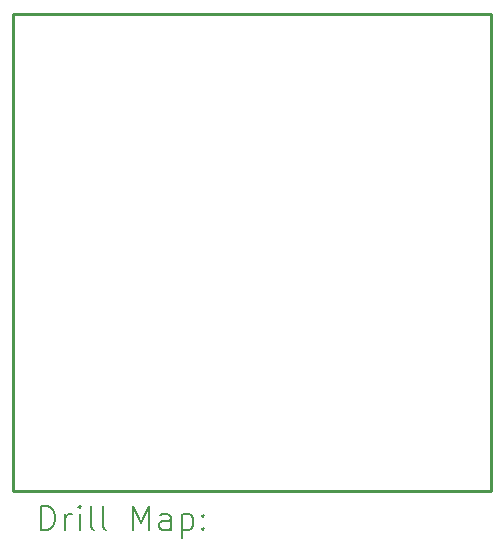
<source format=gbr>
%TF.GenerationSoftware,KiCad,Pcbnew,7.0.2-6a45011f42~172~ubuntu22.04.1*%
%TF.CreationDate,2023-07-30T19:05:10-07:00*%
%TF.ProjectId,driver_40mm_atmega_v0p5,64726976-6572-45f3-9430-6d6d5f61746d,rev?*%
%TF.SameCoordinates,Original*%
%TF.FileFunction,Drillmap*%
%TF.FilePolarity,Positive*%
%FSLAX45Y45*%
G04 Gerber Fmt 4.5, Leading zero omitted, Abs format (unit mm)*
G04 Created by KiCad (PCBNEW 7.0.2-6a45011f42~172~ubuntu22.04.1) date 2023-07-30 19:05:10*
%MOMM*%
%LPD*%
G01*
G04 APERTURE LIST*
%ADD10C,0.250000*%
%ADD11C,0.200000*%
G04 APERTURE END LIST*
D10*
X4980000Y-9020000D02*
X9020000Y-9020000D01*
X9020000Y-9020000D02*
X9020000Y-4980000D01*
X4980000Y-4980000D02*
X4980000Y-9020000D01*
X9020000Y-4980000D02*
X4980000Y-4980000D01*
D11*
X5215119Y-9345024D02*
X5215119Y-9145024D01*
X5215119Y-9145024D02*
X5262738Y-9145024D01*
X5262738Y-9145024D02*
X5291310Y-9154548D01*
X5291310Y-9154548D02*
X5310357Y-9173595D01*
X5310357Y-9173595D02*
X5319881Y-9192643D01*
X5319881Y-9192643D02*
X5329405Y-9230738D01*
X5329405Y-9230738D02*
X5329405Y-9259310D01*
X5329405Y-9259310D02*
X5319881Y-9297405D01*
X5319881Y-9297405D02*
X5310357Y-9316452D01*
X5310357Y-9316452D02*
X5291310Y-9335500D01*
X5291310Y-9335500D02*
X5262738Y-9345024D01*
X5262738Y-9345024D02*
X5215119Y-9345024D01*
X5415119Y-9345024D02*
X5415119Y-9211690D01*
X5415119Y-9249786D02*
X5424643Y-9230738D01*
X5424643Y-9230738D02*
X5434167Y-9221214D01*
X5434167Y-9221214D02*
X5453214Y-9211690D01*
X5453214Y-9211690D02*
X5472262Y-9211690D01*
X5538929Y-9345024D02*
X5538929Y-9211690D01*
X5538929Y-9145024D02*
X5529405Y-9154548D01*
X5529405Y-9154548D02*
X5538929Y-9164071D01*
X5538929Y-9164071D02*
X5548452Y-9154548D01*
X5548452Y-9154548D02*
X5538929Y-9145024D01*
X5538929Y-9145024D02*
X5538929Y-9164071D01*
X5662738Y-9345024D02*
X5643690Y-9335500D01*
X5643690Y-9335500D02*
X5634167Y-9316452D01*
X5634167Y-9316452D02*
X5634167Y-9145024D01*
X5767500Y-9345024D02*
X5748452Y-9335500D01*
X5748452Y-9335500D02*
X5738928Y-9316452D01*
X5738928Y-9316452D02*
X5738928Y-9145024D01*
X5996071Y-9345024D02*
X5996071Y-9145024D01*
X5996071Y-9145024D02*
X6062738Y-9287881D01*
X6062738Y-9287881D02*
X6129405Y-9145024D01*
X6129405Y-9145024D02*
X6129405Y-9345024D01*
X6310357Y-9345024D02*
X6310357Y-9240262D01*
X6310357Y-9240262D02*
X6300833Y-9221214D01*
X6300833Y-9221214D02*
X6281786Y-9211690D01*
X6281786Y-9211690D02*
X6243690Y-9211690D01*
X6243690Y-9211690D02*
X6224643Y-9221214D01*
X6310357Y-9335500D02*
X6291309Y-9345024D01*
X6291309Y-9345024D02*
X6243690Y-9345024D01*
X6243690Y-9345024D02*
X6224643Y-9335500D01*
X6224643Y-9335500D02*
X6215119Y-9316452D01*
X6215119Y-9316452D02*
X6215119Y-9297405D01*
X6215119Y-9297405D02*
X6224643Y-9278357D01*
X6224643Y-9278357D02*
X6243690Y-9268833D01*
X6243690Y-9268833D02*
X6291309Y-9268833D01*
X6291309Y-9268833D02*
X6310357Y-9259310D01*
X6405595Y-9211690D02*
X6405595Y-9411690D01*
X6405595Y-9221214D02*
X6424643Y-9211690D01*
X6424643Y-9211690D02*
X6462738Y-9211690D01*
X6462738Y-9211690D02*
X6481786Y-9221214D01*
X6481786Y-9221214D02*
X6491309Y-9230738D01*
X6491309Y-9230738D02*
X6500833Y-9249786D01*
X6500833Y-9249786D02*
X6500833Y-9306929D01*
X6500833Y-9306929D02*
X6491309Y-9325976D01*
X6491309Y-9325976D02*
X6481786Y-9335500D01*
X6481786Y-9335500D02*
X6462738Y-9345024D01*
X6462738Y-9345024D02*
X6424643Y-9345024D01*
X6424643Y-9345024D02*
X6405595Y-9335500D01*
X6586548Y-9325976D02*
X6596071Y-9335500D01*
X6596071Y-9335500D02*
X6586548Y-9345024D01*
X6586548Y-9345024D02*
X6577024Y-9335500D01*
X6577024Y-9335500D02*
X6586548Y-9325976D01*
X6586548Y-9325976D02*
X6586548Y-9345024D01*
X6586548Y-9221214D02*
X6596071Y-9230738D01*
X6596071Y-9230738D02*
X6586548Y-9240262D01*
X6586548Y-9240262D02*
X6577024Y-9230738D01*
X6577024Y-9230738D02*
X6586548Y-9221214D01*
X6586548Y-9221214D02*
X6586548Y-9240262D01*
M02*

</source>
